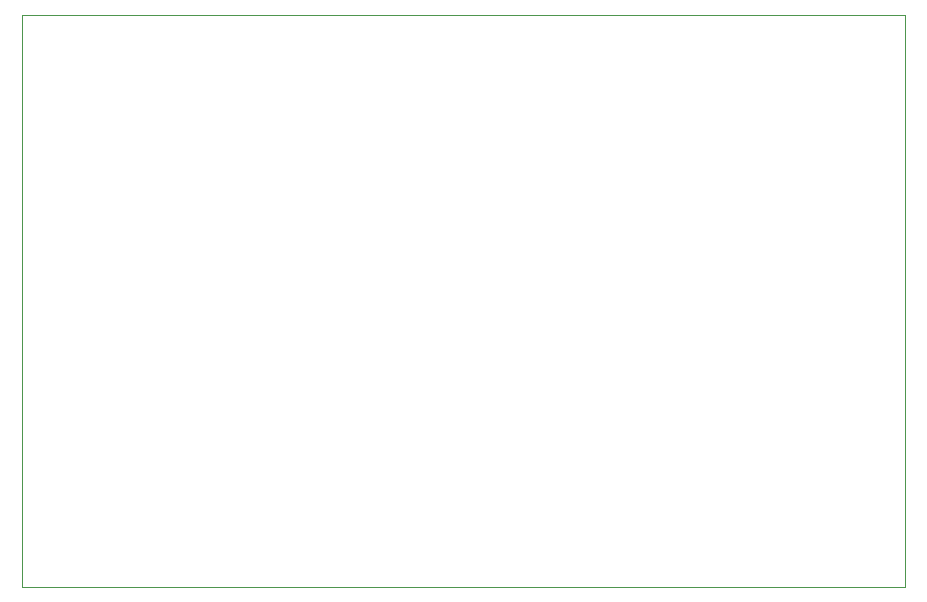
<source format=gbr>
%TF.GenerationSoftware,KiCad,Pcbnew,5.1.10-88a1d61d58~90~ubuntu20.04.1*%
%TF.CreationDate,2021-07-18T14:42:11-04:00*%
%TF.ProjectId,VoltageControlledPWM,566f6c74-6167-4654-936f-6e74726f6c6c,V1.0*%
%TF.SameCoordinates,Original*%
%TF.FileFunction,Profile,NP*%
%FSLAX46Y46*%
G04 Gerber Fmt 4.6, Leading zero omitted, Abs format (unit mm)*
G04 Created by KiCad (PCBNEW 5.1.10-88a1d61d58~90~ubuntu20.04.1) date 2021-07-18 14:42:11*
%MOMM*%
%LPD*%
G01*
G04 APERTURE LIST*
%TA.AperFunction,Profile*%
%ADD10C,0.050000*%
%TD*%
G04 APERTURE END LIST*
D10*
X86750000Y-125500000D02*
X86750000Y-77000000D01*
X161500000Y-125500000D02*
X86750000Y-125500000D01*
X161500000Y-77000000D02*
X161500000Y-125500000D01*
X86750000Y-77000000D02*
X161500000Y-77000000D01*
M02*

</source>
